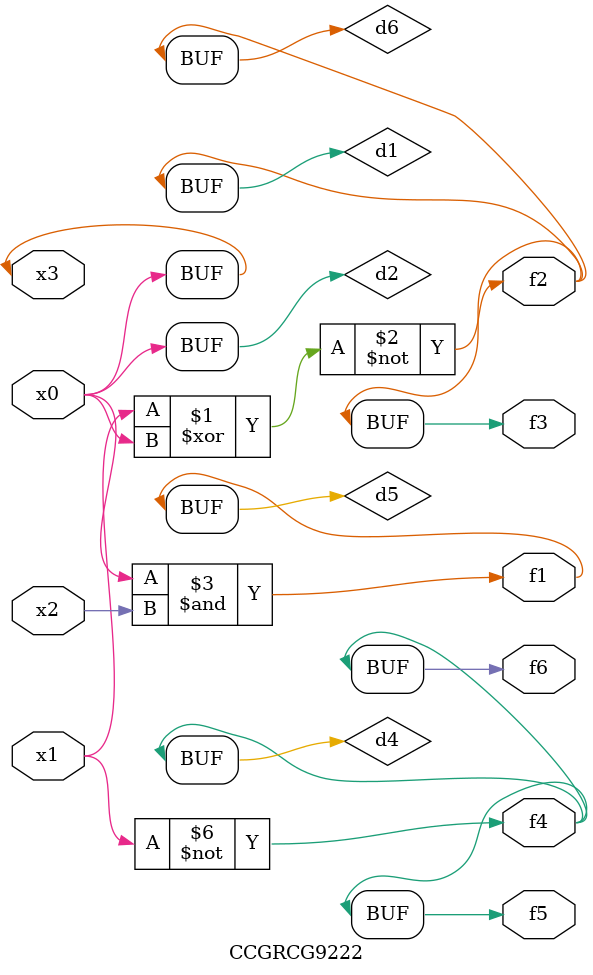
<source format=v>
module CCGRCG9222(
	input x0, x1, x2, x3,
	output f1, f2, f3, f4, f5, f6
);

	wire d1, d2, d3, d4, d5, d6;

	xnor (d1, x1, x3);
	buf (d2, x0, x3);
	nand (d3, x0, x2);
	not (d4, x1);
	nand (d5, d3);
	or (d6, d1);
	assign f1 = d5;
	assign f2 = d6;
	assign f3 = d6;
	assign f4 = d4;
	assign f5 = d4;
	assign f6 = d4;
endmodule

</source>
